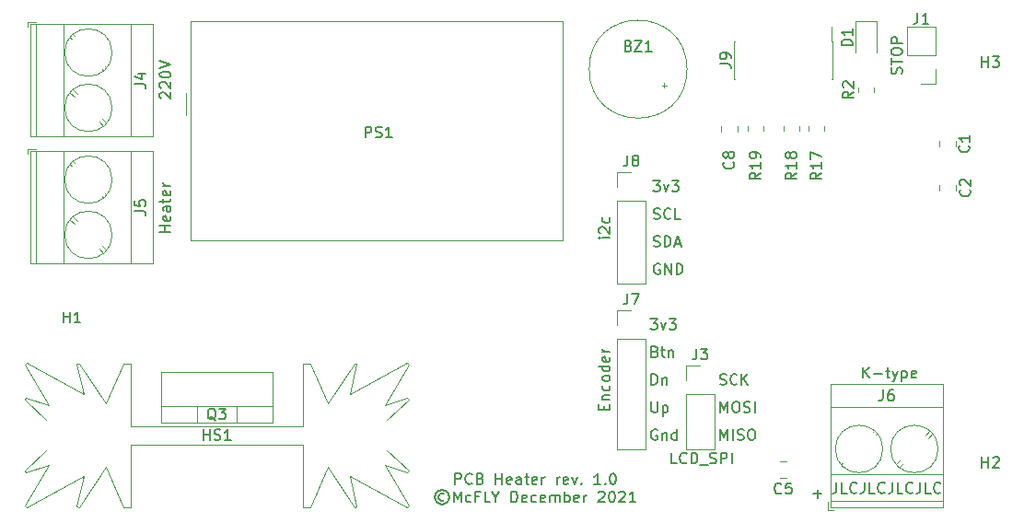
<source format=gbr>
%TF.GenerationSoftware,KiCad,Pcbnew,(5.1.9)-1*%
%TF.CreationDate,2021-12-16T02:45:32+03:00*%
%TF.ProjectId,pcb-heater,7063622d-6865-4617-9465-722e6b696361,rev?*%
%TF.SameCoordinates,Original*%
%TF.FileFunction,Legend,Top*%
%TF.FilePolarity,Positive*%
%FSLAX46Y46*%
G04 Gerber Fmt 4.6, Leading zero omitted, Abs format (unit mm)*
G04 Created by KiCad (PCBNEW (5.1.9)-1) date 2021-12-16 02:45:32*
%MOMM*%
%LPD*%
G01*
G04 APERTURE LIST*
%ADD10C,0.150000*%
%ADD11C,0.120000*%
G04 APERTURE END LIST*
D10*
X119205952Y-119911880D02*
X119205952Y-120626166D01*
X119158333Y-120769023D01*
X119063095Y-120864261D01*
X118920238Y-120911880D01*
X118825000Y-120911880D01*
X120158333Y-120911880D02*
X119682142Y-120911880D01*
X119682142Y-119911880D01*
X121063095Y-120816642D02*
X121015476Y-120864261D01*
X120872619Y-120911880D01*
X120777380Y-120911880D01*
X120634523Y-120864261D01*
X120539285Y-120769023D01*
X120491666Y-120673785D01*
X120444047Y-120483309D01*
X120444047Y-120340452D01*
X120491666Y-120149976D01*
X120539285Y-120054738D01*
X120634523Y-119959500D01*
X120777380Y-119911880D01*
X120872619Y-119911880D01*
X121015476Y-119959500D01*
X121063095Y-120007119D01*
X121777380Y-119911880D02*
X121777380Y-120626166D01*
X121729761Y-120769023D01*
X121634523Y-120864261D01*
X121491666Y-120911880D01*
X121396428Y-120911880D01*
X122729761Y-120911880D02*
X122253571Y-120911880D01*
X122253571Y-119911880D01*
X123634523Y-120816642D02*
X123586904Y-120864261D01*
X123444047Y-120911880D01*
X123348809Y-120911880D01*
X123205952Y-120864261D01*
X123110714Y-120769023D01*
X123063095Y-120673785D01*
X123015476Y-120483309D01*
X123015476Y-120340452D01*
X123063095Y-120149976D01*
X123110714Y-120054738D01*
X123205952Y-119959500D01*
X123348809Y-119911880D01*
X123444047Y-119911880D01*
X123586904Y-119959500D01*
X123634523Y-120007119D01*
X124348809Y-119911880D02*
X124348809Y-120626166D01*
X124301190Y-120769023D01*
X124205952Y-120864261D01*
X124063095Y-120911880D01*
X123967857Y-120911880D01*
X125301190Y-120911880D02*
X124825000Y-120911880D01*
X124825000Y-119911880D01*
X126205952Y-120816642D02*
X126158333Y-120864261D01*
X126015476Y-120911880D01*
X125920238Y-120911880D01*
X125777380Y-120864261D01*
X125682142Y-120769023D01*
X125634523Y-120673785D01*
X125586904Y-120483309D01*
X125586904Y-120340452D01*
X125634523Y-120149976D01*
X125682142Y-120054738D01*
X125777380Y-119959500D01*
X125920238Y-119911880D01*
X126015476Y-119911880D01*
X126158333Y-119959500D01*
X126205952Y-120007119D01*
X126920238Y-119911880D02*
X126920238Y-120626166D01*
X126872619Y-120769023D01*
X126777380Y-120864261D01*
X126634523Y-120911880D01*
X126539285Y-120911880D01*
X127872619Y-120911880D02*
X127396428Y-120911880D01*
X127396428Y-119911880D01*
X128777380Y-120816642D02*
X128729761Y-120864261D01*
X128586904Y-120911880D01*
X128491666Y-120911880D01*
X128348809Y-120864261D01*
X128253571Y-120769023D01*
X128205952Y-120673785D01*
X128158333Y-120483309D01*
X128158333Y-120340452D01*
X128205952Y-120149976D01*
X128253571Y-120054738D01*
X128348809Y-119959500D01*
X128491666Y-119911880D01*
X128586904Y-119911880D01*
X128729761Y-119959500D01*
X128777380Y-120007119D01*
X84122547Y-120086880D02*
X84122547Y-119086880D01*
X84503500Y-119086880D01*
X84598738Y-119134500D01*
X84646357Y-119182119D01*
X84693976Y-119277357D01*
X84693976Y-119420214D01*
X84646357Y-119515452D01*
X84598738Y-119563071D01*
X84503500Y-119610690D01*
X84122547Y-119610690D01*
X85693976Y-119991642D02*
X85646357Y-120039261D01*
X85503500Y-120086880D01*
X85408261Y-120086880D01*
X85265404Y-120039261D01*
X85170166Y-119944023D01*
X85122547Y-119848785D01*
X85074928Y-119658309D01*
X85074928Y-119515452D01*
X85122547Y-119324976D01*
X85170166Y-119229738D01*
X85265404Y-119134500D01*
X85408261Y-119086880D01*
X85503500Y-119086880D01*
X85646357Y-119134500D01*
X85693976Y-119182119D01*
X86455880Y-119563071D02*
X86598738Y-119610690D01*
X86646357Y-119658309D01*
X86693976Y-119753547D01*
X86693976Y-119896404D01*
X86646357Y-119991642D01*
X86598738Y-120039261D01*
X86503500Y-120086880D01*
X86122547Y-120086880D01*
X86122547Y-119086880D01*
X86455880Y-119086880D01*
X86551119Y-119134500D01*
X86598738Y-119182119D01*
X86646357Y-119277357D01*
X86646357Y-119372595D01*
X86598738Y-119467833D01*
X86551119Y-119515452D01*
X86455880Y-119563071D01*
X86122547Y-119563071D01*
X87884452Y-120086880D02*
X87884452Y-119086880D01*
X87884452Y-119563071D02*
X88455880Y-119563071D01*
X88455880Y-120086880D02*
X88455880Y-119086880D01*
X89313023Y-120039261D02*
X89217785Y-120086880D01*
X89027309Y-120086880D01*
X88932071Y-120039261D01*
X88884452Y-119944023D01*
X88884452Y-119563071D01*
X88932071Y-119467833D01*
X89027309Y-119420214D01*
X89217785Y-119420214D01*
X89313023Y-119467833D01*
X89360642Y-119563071D01*
X89360642Y-119658309D01*
X88884452Y-119753547D01*
X90217785Y-120086880D02*
X90217785Y-119563071D01*
X90170166Y-119467833D01*
X90074928Y-119420214D01*
X89884452Y-119420214D01*
X89789214Y-119467833D01*
X90217785Y-120039261D02*
X90122547Y-120086880D01*
X89884452Y-120086880D01*
X89789214Y-120039261D01*
X89741595Y-119944023D01*
X89741595Y-119848785D01*
X89789214Y-119753547D01*
X89884452Y-119705928D01*
X90122547Y-119705928D01*
X90217785Y-119658309D01*
X90551119Y-119420214D02*
X90932071Y-119420214D01*
X90693976Y-119086880D02*
X90693976Y-119944023D01*
X90741595Y-120039261D01*
X90836833Y-120086880D01*
X90932071Y-120086880D01*
X91646357Y-120039261D02*
X91551119Y-120086880D01*
X91360642Y-120086880D01*
X91265404Y-120039261D01*
X91217785Y-119944023D01*
X91217785Y-119563071D01*
X91265404Y-119467833D01*
X91360642Y-119420214D01*
X91551119Y-119420214D01*
X91646357Y-119467833D01*
X91693976Y-119563071D01*
X91693976Y-119658309D01*
X91217785Y-119753547D01*
X92122547Y-120086880D02*
X92122547Y-119420214D01*
X92122547Y-119610690D02*
X92170166Y-119515452D01*
X92217785Y-119467833D01*
X92313023Y-119420214D01*
X92408261Y-119420214D01*
X93503500Y-120086880D02*
X93503500Y-119420214D01*
X93503500Y-119610690D02*
X93551119Y-119515452D01*
X93598738Y-119467833D01*
X93693976Y-119420214D01*
X93789214Y-119420214D01*
X94503500Y-120039261D02*
X94408261Y-120086880D01*
X94217785Y-120086880D01*
X94122547Y-120039261D01*
X94074928Y-119944023D01*
X94074928Y-119563071D01*
X94122547Y-119467833D01*
X94217785Y-119420214D01*
X94408261Y-119420214D01*
X94503500Y-119467833D01*
X94551119Y-119563071D01*
X94551119Y-119658309D01*
X94074928Y-119753547D01*
X94884452Y-119420214D02*
X95122547Y-120086880D01*
X95360642Y-119420214D01*
X95741595Y-119991642D02*
X95789214Y-120039261D01*
X95741595Y-120086880D01*
X95693976Y-120039261D01*
X95741595Y-119991642D01*
X95741595Y-120086880D01*
X97503500Y-120086880D02*
X96932071Y-120086880D01*
X97217785Y-120086880D02*
X97217785Y-119086880D01*
X97122547Y-119229738D01*
X97027309Y-119324976D01*
X96932071Y-119372595D01*
X97932071Y-119991642D02*
X97979690Y-120039261D01*
X97932071Y-120086880D01*
X97884452Y-120039261D01*
X97932071Y-119991642D01*
X97932071Y-120086880D01*
X98598738Y-119086880D02*
X98693976Y-119086880D01*
X98789214Y-119134500D01*
X98836833Y-119182119D01*
X98884452Y-119277357D01*
X98932071Y-119467833D01*
X98932071Y-119705928D01*
X98884452Y-119896404D01*
X98836833Y-119991642D01*
X98789214Y-120039261D01*
X98693976Y-120086880D01*
X98598738Y-120086880D01*
X98503500Y-120039261D01*
X98455880Y-119991642D01*
X98408261Y-119896404D01*
X98360642Y-119705928D01*
X98360642Y-119467833D01*
X98408261Y-119277357D01*
X98455880Y-119182119D01*
X98503500Y-119134500D01*
X98598738Y-119086880D01*
X83122547Y-120974976D02*
X83027309Y-120927357D01*
X82836833Y-120927357D01*
X82741595Y-120974976D01*
X82646357Y-121070214D01*
X82598738Y-121165452D01*
X82598738Y-121355928D01*
X82646357Y-121451166D01*
X82741595Y-121546404D01*
X82836833Y-121594023D01*
X83027309Y-121594023D01*
X83122547Y-121546404D01*
X82932071Y-120594023D02*
X82693976Y-120641642D01*
X82455880Y-120784500D01*
X82313023Y-121022595D01*
X82265404Y-121260690D01*
X82313023Y-121498785D01*
X82455880Y-121736880D01*
X82693976Y-121879738D01*
X82932071Y-121927357D01*
X83170166Y-121879738D01*
X83408261Y-121736880D01*
X83551119Y-121498785D01*
X83598738Y-121260690D01*
X83551119Y-121022595D01*
X83408261Y-120784500D01*
X83170166Y-120641642D01*
X82932071Y-120594023D01*
X84027309Y-121736880D02*
X84027309Y-120736880D01*
X84360642Y-121451166D01*
X84693976Y-120736880D01*
X84693976Y-121736880D01*
X85598738Y-121689261D02*
X85503500Y-121736880D01*
X85313023Y-121736880D01*
X85217785Y-121689261D01*
X85170166Y-121641642D01*
X85122547Y-121546404D01*
X85122547Y-121260690D01*
X85170166Y-121165452D01*
X85217785Y-121117833D01*
X85313023Y-121070214D01*
X85503500Y-121070214D01*
X85598738Y-121117833D01*
X86360642Y-121213071D02*
X86027309Y-121213071D01*
X86027309Y-121736880D02*
X86027309Y-120736880D01*
X86503500Y-120736880D01*
X87360642Y-121736880D02*
X86884452Y-121736880D01*
X86884452Y-120736880D01*
X87884452Y-121260690D02*
X87884452Y-121736880D01*
X87551119Y-120736880D02*
X87884452Y-121260690D01*
X88217785Y-120736880D01*
X89313023Y-121736880D02*
X89313023Y-120736880D01*
X89551119Y-120736880D01*
X89693976Y-120784500D01*
X89789214Y-120879738D01*
X89836833Y-120974976D01*
X89884452Y-121165452D01*
X89884452Y-121308309D01*
X89836833Y-121498785D01*
X89789214Y-121594023D01*
X89693976Y-121689261D01*
X89551119Y-121736880D01*
X89313023Y-121736880D01*
X90693976Y-121689261D02*
X90598738Y-121736880D01*
X90408261Y-121736880D01*
X90313023Y-121689261D01*
X90265404Y-121594023D01*
X90265404Y-121213071D01*
X90313023Y-121117833D01*
X90408261Y-121070214D01*
X90598738Y-121070214D01*
X90693976Y-121117833D01*
X90741595Y-121213071D01*
X90741595Y-121308309D01*
X90265404Y-121403547D01*
X91598738Y-121689261D02*
X91503500Y-121736880D01*
X91313023Y-121736880D01*
X91217785Y-121689261D01*
X91170166Y-121641642D01*
X91122547Y-121546404D01*
X91122547Y-121260690D01*
X91170166Y-121165452D01*
X91217785Y-121117833D01*
X91313023Y-121070214D01*
X91503500Y-121070214D01*
X91598738Y-121117833D01*
X92408261Y-121689261D02*
X92313023Y-121736880D01*
X92122547Y-121736880D01*
X92027309Y-121689261D01*
X91979690Y-121594023D01*
X91979690Y-121213071D01*
X92027309Y-121117833D01*
X92122547Y-121070214D01*
X92313023Y-121070214D01*
X92408261Y-121117833D01*
X92455880Y-121213071D01*
X92455880Y-121308309D01*
X91979690Y-121403547D01*
X92884452Y-121736880D02*
X92884452Y-121070214D01*
X92884452Y-121165452D02*
X92932071Y-121117833D01*
X93027309Y-121070214D01*
X93170166Y-121070214D01*
X93265404Y-121117833D01*
X93313023Y-121213071D01*
X93313023Y-121736880D01*
X93313023Y-121213071D02*
X93360642Y-121117833D01*
X93455880Y-121070214D01*
X93598738Y-121070214D01*
X93693976Y-121117833D01*
X93741595Y-121213071D01*
X93741595Y-121736880D01*
X94217785Y-121736880D02*
X94217785Y-120736880D01*
X94217785Y-121117833D02*
X94313023Y-121070214D01*
X94503500Y-121070214D01*
X94598738Y-121117833D01*
X94646357Y-121165452D01*
X94693976Y-121260690D01*
X94693976Y-121546404D01*
X94646357Y-121641642D01*
X94598738Y-121689261D01*
X94503500Y-121736880D01*
X94313023Y-121736880D01*
X94217785Y-121689261D01*
X95503500Y-121689261D02*
X95408261Y-121736880D01*
X95217785Y-121736880D01*
X95122547Y-121689261D01*
X95074928Y-121594023D01*
X95074928Y-121213071D01*
X95122547Y-121117833D01*
X95217785Y-121070214D01*
X95408261Y-121070214D01*
X95503500Y-121117833D01*
X95551119Y-121213071D01*
X95551119Y-121308309D01*
X95074928Y-121403547D01*
X95979690Y-121736880D02*
X95979690Y-121070214D01*
X95979690Y-121260690D02*
X96027309Y-121165452D01*
X96074928Y-121117833D01*
X96170166Y-121070214D01*
X96265404Y-121070214D01*
X97313023Y-120832119D02*
X97360642Y-120784500D01*
X97455880Y-120736880D01*
X97693976Y-120736880D01*
X97789214Y-120784500D01*
X97836833Y-120832119D01*
X97884452Y-120927357D01*
X97884452Y-121022595D01*
X97836833Y-121165452D01*
X97265404Y-121736880D01*
X97884452Y-121736880D01*
X98503500Y-120736880D02*
X98598738Y-120736880D01*
X98693976Y-120784500D01*
X98741595Y-120832119D01*
X98789214Y-120927357D01*
X98836833Y-121117833D01*
X98836833Y-121355928D01*
X98789214Y-121546404D01*
X98741595Y-121641642D01*
X98693976Y-121689261D01*
X98598738Y-121736880D01*
X98503500Y-121736880D01*
X98408261Y-121689261D01*
X98360642Y-121641642D01*
X98313023Y-121546404D01*
X98265404Y-121355928D01*
X98265404Y-121117833D01*
X98313023Y-120927357D01*
X98360642Y-120832119D01*
X98408261Y-120784500D01*
X98503500Y-120736880D01*
X99217785Y-120832119D02*
X99265404Y-120784500D01*
X99360642Y-120736880D01*
X99598738Y-120736880D01*
X99693976Y-120784500D01*
X99741595Y-120832119D01*
X99789214Y-120927357D01*
X99789214Y-121022595D01*
X99741595Y-121165452D01*
X99170166Y-121736880D01*
X99789214Y-121736880D01*
X100741595Y-121736880D02*
X100170166Y-121736880D01*
X100455880Y-121736880D02*
X100455880Y-120736880D01*
X100360642Y-120879738D01*
X100265404Y-120974976D01*
X100170166Y-121022595D01*
X102713404Y-115070000D02*
X102618166Y-115022380D01*
X102475309Y-115022380D01*
X102332452Y-115070000D01*
X102237214Y-115165238D01*
X102189595Y-115260476D01*
X102141976Y-115450952D01*
X102141976Y-115593809D01*
X102189595Y-115784285D01*
X102237214Y-115879523D01*
X102332452Y-115974761D01*
X102475309Y-116022380D01*
X102570547Y-116022380D01*
X102713404Y-115974761D01*
X102761023Y-115927142D01*
X102761023Y-115593809D01*
X102570547Y-115593809D01*
X103189595Y-115355714D02*
X103189595Y-116022380D01*
X103189595Y-115450952D02*
X103237214Y-115403333D01*
X103332452Y-115355714D01*
X103475309Y-115355714D01*
X103570547Y-115403333D01*
X103618166Y-115498571D01*
X103618166Y-116022380D01*
X104522928Y-116022380D02*
X104522928Y-115022380D01*
X104522928Y-115974761D02*
X104427690Y-116022380D01*
X104237214Y-116022380D01*
X104141976Y-115974761D01*
X104094357Y-115927142D01*
X104046738Y-115831904D01*
X104046738Y-115546190D01*
X104094357Y-115450952D01*
X104141976Y-115403333D01*
X104237214Y-115355714D01*
X104427690Y-115355714D01*
X104522928Y-115403333D01*
X102189595Y-112482380D02*
X102189595Y-113291904D01*
X102237214Y-113387142D01*
X102284833Y-113434761D01*
X102380071Y-113482380D01*
X102570547Y-113482380D01*
X102665785Y-113434761D01*
X102713404Y-113387142D01*
X102761023Y-113291904D01*
X102761023Y-112482380D01*
X103237214Y-112815714D02*
X103237214Y-113815714D01*
X103237214Y-112863333D02*
X103332452Y-112815714D01*
X103522928Y-112815714D01*
X103618166Y-112863333D01*
X103665785Y-112910952D01*
X103713404Y-113006190D01*
X103713404Y-113291904D01*
X103665785Y-113387142D01*
X103618166Y-113434761D01*
X103522928Y-113482380D01*
X103332452Y-113482380D01*
X103237214Y-113434761D01*
X102189595Y-110942380D02*
X102189595Y-109942380D01*
X102427690Y-109942380D01*
X102570547Y-109990000D01*
X102665785Y-110085238D01*
X102713404Y-110180476D01*
X102761023Y-110370952D01*
X102761023Y-110513809D01*
X102713404Y-110704285D01*
X102665785Y-110799523D01*
X102570547Y-110894761D01*
X102427690Y-110942380D01*
X102189595Y-110942380D01*
X103189595Y-110275714D02*
X103189595Y-110942380D01*
X103189595Y-110370952D02*
X103237214Y-110323333D01*
X103332452Y-110275714D01*
X103475309Y-110275714D01*
X103570547Y-110323333D01*
X103618166Y-110418571D01*
X103618166Y-110942380D01*
X102522928Y-107878571D02*
X102665785Y-107926190D01*
X102713404Y-107973809D01*
X102761023Y-108069047D01*
X102761023Y-108211904D01*
X102713404Y-108307142D01*
X102665785Y-108354761D01*
X102570547Y-108402380D01*
X102189595Y-108402380D01*
X102189595Y-107402380D01*
X102522928Y-107402380D01*
X102618166Y-107450000D01*
X102665785Y-107497619D01*
X102713404Y-107592857D01*
X102713404Y-107688095D01*
X102665785Y-107783333D01*
X102618166Y-107830952D01*
X102522928Y-107878571D01*
X102189595Y-107878571D01*
X103046738Y-107735714D02*
X103427690Y-107735714D01*
X103189595Y-107402380D02*
X103189595Y-108259523D01*
X103237214Y-108354761D01*
X103332452Y-108402380D01*
X103427690Y-108402380D01*
X103761023Y-107735714D02*
X103761023Y-108402380D01*
X103761023Y-107830952D02*
X103808642Y-107783333D01*
X103903880Y-107735714D01*
X104046738Y-107735714D01*
X104141976Y-107783333D01*
X104189595Y-107878571D01*
X104189595Y-108402380D01*
X102094357Y-104862380D02*
X102713404Y-104862380D01*
X102380071Y-105243333D01*
X102522928Y-105243333D01*
X102618166Y-105290952D01*
X102665785Y-105338571D01*
X102713404Y-105433809D01*
X102713404Y-105671904D01*
X102665785Y-105767142D01*
X102618166Y-105814761D01*
X102522928Y-105862380D01*
X102237214Y-105862380D01*
X102141976Y-105814761D01*
X102094357Y-105767142D01*
X103046738Y-105195714D02*
X103284833Y-105862380D01*
X103522928Y-105195714D01*
X103808642Y-104862380D02*
X104427690Y-104862380D01*
X104094357Y-105243333D01*
X104237214Y-105243333D01*
X104332452Y-105290952D01*
X104380071Y-105338571D01*
X104427690Y-105433809D01*
X104427690Y-105671904D01*
X104380071Y-105767142D01*
X104332452Y-105814761D01*
X104237214Y-105862380D01*
X103951500Y-105862380D01*
X103856261Y-105814761D01*
X103808642Y-105767142D01*
X108539595Y-116022380D02*
X108539595Y-115022380D01*
X108872928Y-115736666D01*
X109206261Y-115022380D01*
X109206261Y-116022380D01*
X109682452Y-116022380D02*
X109682452Y-115022380D01*
X110111023Y-115974761D02*
X110253880Y-116022380D01*
X110491976Y-116022380D01*
X110587214Y-115974761D01*
X110634833Y-115927142D01*
X110682452Y-115831904D01*
X110682452Y-115736666D01*
X110634833Y-115641428D01*
X110587214Y-115593809D01*
X110491976Y-115546190D01*
X110301500Y-115498571D01*
X110206261Y-115450952D01*
X110158642Y-115403333D01*
X110111023Y-115308095D01*
X110111023Y-115212857D01*
X110158642Y-115117619D01*
X110206261Y-115070000D01*
X110301500Y-115022380D01*
X110539595Y-115022380D01*
X110682452Y-115070000D01*
X111301500Y-115022380D02*
X111491976Y-115022380D01*
X111587214Y-115070000D01*
X111682452Y-115165238D01*
X111730071Y-115355714D01*
X111730071Y-115689047D01*
X111682452Y-115879523D01*
X111587214Y-115974761D01*
X111491976Y-116022380D01*
X111301500Y-116022380D01*
X111206261Y-115974761D01*
X111111023Y-115879523D01*
X111063404Y-115689047D01*
X111063404Y-115355714D01*
X111111023Y-115165238D01*
X111206261Y-115070000D01*
X111301500Y-115022380D01*
X108539595Y-113482380D02*
X108539595Y-112482380D01*
X108872928Y-113196666D01*
X109206261Y-112482380D01*
X109206261Y-113482380D01*
X109872928Y-112482380D02*
X110063404Y-112482380D01*
X110158642Y-112530000D01*
X110253880Y-112625238D01*
X110301500Y-112815714D01*
X110301500Y-113149047D01*
X110253880Y-113339523D01*
X110158642Y-113434761D01*
X110063404Y-113482380D01*
X109872928Y-113482380D01*
X109777690Y-113434761D01*
X109682452Y-113339523D01*
X109634833Y-113149047D01*
X109634833Y-112815714D01*
X109682452Y-112625238D01*
X109777690Y-112530000D01*
X109872928Y-112482380D01*
X110682452Y-113434761D02*
X110825309Y-113482380D01*
X111063404Y-113482380D01*
X111158642Y-113434761D01*
X111206261Y-113387142D01*
X111253880Y-113291904D01*
X111253880Y-113196666D01*
X111206261Y-113101428D01*
X111158642Y-113053809D01*
X111063404Y-113006190D01*
X110872928Y-112958571D01*
X110777690Y-112910952D01*
X110730071Y-112863333D01*
X110682452Y-112768095D01*
X110682452Y-112672857D01*
X110730071Y-112577619D01*
X110777690Y-112530000D01*
X110872928Y-112482380D01*
X111111023Y-112482380D01*
X111253880Y-112530000D01*
X111682452Y-113482380D02*
X111682452Y-112482380D01*
X108491976Y-110894761D02*
X108634833Y-110942380D01*
X108872928Y-110942380D01*
X108968166Y-110894761D01*
X109015785Y-110847142D01*
X109063404Y-110751904D01*
X109063404Y-110656666D01*
X109015785Y-110561428D01*
X108968166Y-110513809D01*
X108872928Y-110466190D01*
X108682452Y-110418571D01*
X108587214Y-110370952D01*
X108539595Y-110323333D01*
X108491976Y-110228095D01*
X108491976Y-110132857D01*
X108539595Y-110037619D01*
X108587214Y-109990000D01*
X108682452Y-109942380D01*
X108920547Y-109942380D01*
X109063404Y-109990000D01*
X110063404Y-110847142D02*
X110015785Y-110894761D01*
X109872928Y-110942380D01*
X109777690Y-110942380D01*
X109634833Y-110894761D01*
X109539595Y-110799523D01*
X109491976Y-110704285D01*
X109444357Y-110513809D01*
X109444357Y-110370952D01*
X109491976Y-110180476D01*
X109539595Y-110085238D01*
X109634833Y-109990000D01*
X109777690Y-109942380D01*
X109872928Y-109942380D01*
X110015785Y-109990000D01*
X110063404Y-110037619D01*
X110491976Y-110942380D02*
X110491976Y-109942380D01*
X111063404Y-110942380D02*
X110634833Y-110370952D01*
X111063404Y-109942380D02*
X110491976Y-110513809D01*
X104521285Y-118181380D02*
X104045095Y-118181380D01*
X104045095Y-117181380D01*
X105426047Y-118086142D02*
X105378428Y-118133761D01*
X105235571Y-118181380D01*
X105140333Y-118181380D01*
X104997476Y-118133761D01*
X104902238Y-118038523D01*
X104854619Y-117943285D01*
X104807000Y-117752809D01*
X104807000Y-117609952D01*
X104854619Y-117419476D01*
X104902238Y-117324238D01*
X104997476Y-117229000D01*
X105140333Y-117181380D01*
X105235571Y-117181380D01*
X105378428Y-117229000D01*
X105426047Y-117276619D01*
X105854619Y-118181380D02*
X105854619Y-117181380D01*
X106092714Y-117181380D01*
X106235571Y-117229000D01*
X106330809Y-117324238D01*
X106378428Y-117419476D01*
X106426047Y-117609952D01*
X106426047Y-117752809D01*
X106378428Y-117943285D01*
X106330809Y-118038523D01*
X106235571Y-118133761D01*
X106092714Y-118181380D01*
X105854619Y-118181380D01*
X106616523Y-118276619D02*
X107378428Y-118276619D01*
X107568904Y-118133761D02*
X107711761Y-118181380D01*
X107949857Y-118181380D01*
X108045095Y-118133761D01*
X108092714Y-118086142D01*
X108140333Y-117990904D01*
X108140333Y-117895666D01*
X108092714Y-117800428D01*
X108045095Y-117752809D01*
X107949857Y-117705190D01*
X107759380Y-117657571D01*
X107664142Y-117609952D01*
X107616523Y-117562333D01*
X107568904Y-117467095D01*
X107568904Y-117371857D01*
X107616523Y-117276619D01*
X107664142Y-117229000D01*
X107759380Y-117181380D01*
X107997476Y-117181380D01*
X108140333Y-117229000D01*
X108568904Y-118181380D02*
X108568904Y-117181380D01*
X108949857Y-117181380D01*
X109045095Y-117229000D01*
X109092714Y-117276619D01*
X109140333Y-117371857D01*
X109140333Y-117514714D01*
X109092714Y-117609952D01*
X109045095Y-117657571D01*
X108949857Y-117705190D01*
X108568904Y-117705190D01*
X109568904Y-118181380D02*
X109568904Y-117181380D01*
X97845571Y-113228095D02*
X97845571Y-112894761D01*
X98369380Y-112751904D02*
X98369380Y-113228095D01*
X97369380Y-113228095D01*
X97369380Y-112751904D01*
X97702714Y-112323333D02*
X98369380Y-112323333D01*
X97797952Y-112323333D02*
X97750333Y-112275714D01*
X97702714Y-112180476D01*
X97702714Y-112037619D01*
X97750333Y-111942380D01*
X97845571Y-111894761D01*
X98369380Y-111894761D01*
X98321761Y-110990000D02*
X98369380Y-111085238D01*
X98369380Y-111275714D01*
X98321761Y-111370952D01*
X98274142Y-111418571D01*
X98178904Y-111466190D01*
X97893190Y-111466190D01*
X97797952Y-111418571D01*
X97750333Y-111370952D01*
X97702714Y-111275714D01*
X97702714Y-111085238D01*
X97750333Y-110990000D01*
X98369380Y-110418571D02*
X98321761Y-110513809D01*
X98274142Y-110561428D01*
X98178904Y-110609047D01*
X97893190Y-110609047D01*
X97797952Y-110561428D01*
X97750333Y-110513809D01*
X97702714Y-110418571D01*
X97702714Y-110275714D01*
X97750333Y-110180476D01*
X97797952Y-110132857D01*
X97893190Y-110085238D01*
X98178904Y-110085238D01*
X98274142Y-110132857D01*
X98321761Y-110180476D01*
X98369380Y-110275714D01*
X98369380Y-110418571D01*
X98369380Y-109228095D02*
X97369380Y-109228095D01*
X98321761Y-109228095D02*
X98369380Y-109323333D01*
X98369380Y-109513809D01*
X98321761Y-109609047D01*
X98274142Y-109656666D01*
X98178904Y-109704285D01*
X97893190Y-109704285D01*
X97797952Y-109656666D01*
X97750333Y-109609047D01*
X97702714Y-109513809D01*
X97702714Y-109323333D01*
X97750333Y-109228095D01*
X98321761Y-108370952D02*
X98369380Y-108466190D01*
X98369380Y-108656666D01*
X98321761Y-108751904D01*
X98226523Y-108799523D01*
X97845571Y-108799523D01*
X97750333Y-108751904D01*
X97702714Y-108656666D01*
X97702714Y-108466190D01*
X97750333Y-108370952D01*
X97845571Y-108323333D01*
X97940809Y-108323333D01*
X98036047Y-108799523D01*
X98369380Y-107894761D02*
X97702714Y-107894761D01*
X97893190Y-107894761D02*
X97797952Y-107847142D01*
X97750333Y-107799523D01*
X97702714Y-107704285D01*
X97702714Y-107609047D01*
X98369380Y-97424761D02*
X97702714Y-97424761D01*
X97369380Y-97424761D02*
X97417000Y-97472380D01*
X97464619Y-97424761D01*
X97417000Y-97377142D01*
X97369380Y-97424761D01*
X97464619Y-97424761D01*
X97464619Y-96996190D02*
X97417000Y-96948571D01*
X97369380Y-96853333D01*
X97369380Y-96615238D01*
X97417000Y-96520000D01*
X97464619Y-96472380D01*
X97559857Y-96424761D01*
X97655095Y-96424761D01*
X97797952Y-96472380D01*
X98369380Y-97043809D01*
X98369380Y-96424761D01*
X98321761Y-95567619D02*
X98369380Y-95662857D01*
X98369380Y-95853333D01*
X98321761Y-95948571D01*
X98274142Y-95996190D01*
X98178904Y-96043809D01*
X97893190Y-96043809D01*
X97797952Y-95996190D01*
X97750333Y-95948571D01*
X97702714Y-95853333D01*
X97702714Y-95662857D01*
X97750333Y-95567619D01*
X102967404Y-99830000D02*
X102872166Y-99782380D01*
X102729309Y-99782380D01*
X102586452Y-99830000D01*
X102491214Y-99925238D01*
X102443595Y-100020476D01*
X102395976Y-100210952D01*
X102395976Y-100353809D01*
X102443595Y-100544285D01*
X102491214Y-100639523D01*
X102586452Y-100734761D01*
X102729309Y-100782380D01*
X102824547Y-100782380D01*
X102967404Y-100734761D01*
X103015023Y-100687142D01*
X103015023Y-100353809D01*
X102824547Y-100353809D01*
X103443595Y-100782380D02*
X103443595Y-99782380D01*
X104015023Y-100782380D01*
X104015023Y-99782380D01*
X104491214Y-100782380D02*
X104491214Y-99782380D01*
X104729309Y-99782380D01*
X104872166Y-99830000D01*
X104967404Y-99925238D01*
X105015023Y-100020476D01*
X105062642Y-100210952D01*
X105062642Y-100353809D01*
X105015023Y-100544285D01*
X104967404Y-100639523D01*
X104872166Y-100734761D01*
X104729309Y-100782380D01*
X104491214Y-100782380D01*
X102395976Y-98194761D02*
X102538833Y-98242380D01*
X102776928Y-98242380D01*
X102872166Y-98194761D01*
X102919785Y-98147142D01*
X102967404Y-98051904D01*
X102967404Y-97956666D01*
X102919785Y-97861428D01*
X102872166Y-97813809D01*
X102776928Y-97766190D01*
X102586452Y-97718571D01*
X102491214Y-97670952D01*
X102443595Y-97623333D01*
X102395976Y-97528095D01*
X102395976Y-97432857D01*
X102443595Y-97337619D01*
X102491214Y-97290000D01*
X102586452Y-97242380D01*
X102824547Y-97242380D01*
X102967404Y-97290000D01*
X103395976Y-98242380D02*
X103395976Y-97242380D01*
X103634071Y-97242380D01*
X103776928Y-97290000D01*
X103872166Y-97385238D01*
X103919785Y-97480476D01*
X103967404Y-97670952D01*
X103967404Y-97813809D01*
X103919785Y-98004285D01*
X103872166Y-98099523D01*
X103776928Y-98194761D01*
X103634071Y-98242380D01*
X103395976Y-98242380D01*
X104348357Y-97956666D02*
X104824547Y-97956666D01*
X104253119Y-98242380D02*
X104586452Y-97242380D01*
X104919785Y-98242380D01*
X102395976Y-95654761D02*
X102538833Y-95702380D01*
X102776928Y-95702380D01*
X102872166Y-95654761D01*
X102919785Y-95607142D01*
X102967404Y-95511904D01*
X102967404Y-95416666D01*
X102919785Y-95321428D01*
X102872166Y-95273809D01*
X102776928Y-95226190D01*
X102586452Y-95178571D01*
X102491214Y-95130952D01*
X102443595Y-95083333D01*
X102395976Y-94988095D01*
X102395976Y-94892857D01*
X102443595Y-94797619D01*
X102491214Y-94750000D01*
X102586452Y-94702380D01*
X102824547Y-94702380D01*
X102967404Y-94750000D01*
X103967404Y-95607142D02*
X103919785Y-95654761D01*
X103776928Y-95702380D01*
X103681690Y-95702380D01*
X103538833Y-95654761D01*
X103443595Y-95559523D01*
X103395976Y-95464285D01*
X103348357Y-95273809D01*
X103348357Y-95130952D01*
X103395976Y-94940476D01*
X103443595Y-94845238D01*
X103538833Y-94750000D01*
X103681690Y-94702380D01*
X103776928Y-94702380D01*
X103919785Y-94750000D01*
X103967404Y-94797619D01*
X104872166Y-95702380D02*
X104395976Y-95702380D01*
X104395976Y-94702380D01*
X102348357Y-92162380D02*
X102967404Y-92162380D01*
X102634071Y-92543333D01*
X102776928Y-92543333D01*
X102872166Y-92590952D01*
X102919785Y-92638571D01*
X102967404Y-92733809D01*
X102967404Y-92971904D01*
X102919785Y-93067142D01*
X102872166Y-93114761D01*
X102776928Y-93162380D01*
X102491214Y-93162380D01*
X102395976Y-93114761D01*
X102348357Y-93067142D01*
X103300738Y-92495714D02*
X103538833Y-93162380D01*
X103776928Y-92495714D01*
X104062642Y-92162380D02*
X104681690Y-92162380D01*
X104348357Y-92543333D01*
X104491214Y-92543333D01*
X104586452Y-92590952D01*
X104634071Y-92638571D01*
X104681690Y-92733809D01*
X104681690Y-92971904D01*
X104634071Y-93067142D01*
X104586452Y-93114761D01*
X104491214Y-93162380D01*
X104205500Y-93162380D01*
X104110261Y-93114761D01*
X104062642Y-93067142D01*
X125182261Y-82335476D02*
X125229880Y-82192619D01*
X125229880Y-81954523D01*
X125182261Y-81859285D01*
X125134642Y-81811666D01*
X125039404Y-81764047D01*
X124944166Y-81764047D01*
X124848928Y-81811666D01*
X124801309Y-81859285D01*
X124753690Y-81954523D01*
X124706071Y-82145000D01*
X124658452Y-82240238D01*
X124610833Y-82287857D01*
X124515595Y-82335476D01*
X124420357Y-82335476D01*
X124325119Y-82287857D01*
X124277500Y-82240238D01*
X124229880Y-82145000D01*
X124229880Y-81906904D01*
X124277500Y-81764047D01*
X124229880Y-81478333D02*
X124229880Y-80906904D01*
X125229880Y-81192619D02*
X124229880Y-81192619D01*
X124229880Y-80383095D02*
X124229880Y-80192619D01*
X124277500Y-80097380D01*
X124372738Y-80002142D01*
X124563214Y-79954523D01*
X124896547Y-79954523D01*
X125087023Y-80002142D01*
X125182261Y-80097380D01*
X125229880Y-80192619D01*
X125229880Y-80383095D01*
X125182261Y-80478333D01*
X125087023Y-80573571D01*
X124896547Y-80621190D01*
X124563214Y-80621190D01*
X124372738Y-80573571D01*
X124277500Y-80478333D01*
X124229880Y-80383095D01*
X125229880Y-79525952D02*
X124229880Y-79525952D01*
X124229880Y-79145000D01*
X124277500Y-79049761D01*
X124325119Y-79002142D01*
X124420357Y-78954523D01*
X124563214Y-78954523D01*
X124658452Y-79002142D01*
X124706071Y-79049761D01*
X124753690Y-79145000D01*
X124753690Y-79525952D01*
X117094047Y-120975428D02*
X117855952Y-120975428D01*
X117475000Y-121356380D02*
X117475000Y-120594476D01*
X121650428Y-110307380D02*
X121650428Y-109307380D01*
X122221857Y-110307380D02*
X121793285Y-109735952D01*
X122221857Y-109307380D02*
X121650428Y-109878809D01*
X122650428Y-109926428D02*
X123412333Y-109926428D01*
X123745666Y-109640714D02*
X124126619Y-109640714D01*
X123888523Y-109307380D02*
X123888523Y-110164523D01*
X123936142Y-110259761D01*
X124031380Y-110307380D01*
X124126619Y-110307380D01*
X124364714Y-109640714D02*
X124602809Y-110307380D01*
X124840904Y-109640714D02*
X124602809Y-110307380D01*
X124507571Y-110545476D01*
X124459952Y-110593095D01*
X124364714Y-110640714D01*
X125221857Y-109640714D02*
X125221857Y-110640714D01*
X125221857Y-109688333D02*
X125317095Y-109640714D01*
X125507571Y-109640714D01*
X125602809Y-109688333D01*
X125650428Y-109735952D01*
X125698047Y-109831190D01*
X125698047Y-110116904D01*
X125650428Y-110212142D01*
X125602809Y-110259761D01*
X125507571Y-110307380D01*
X125317095Y-110307380D01*
X125221857Y-110259761D01*
X126507571Y-110259761D02*
X126412333Y-110307380D01*
X126221857Y-110307380D01*
X126126619Y-110259761D01*
X126079000Y-110164523D01*
X126079000Y-109783571D01*
X126126619Y-109688333D01*
X126221857Y-109640714D01*
X126412333Y-109640714D01*
X126507571Y-109688333D01*
X126555190Y-109783571D01*
X126555190Y-109878809D01*
X126079000Y-109974047D01*
X57983380Y-96868976D02*
X56983380Y-96868976D01*
X57459571Y-96868976D02*
X57459571Y-96297547D01*
X57983380Y-96297547D02*
X56983380Y-96297547D01*
X57935761Y-95440404D02*
X57983380Y-95535642D01*
X57983380Y-95726119D01*
X57935761Y-95821357D01*
X57840523Y-95868976D01*
X57459571Y-95868976D01*
X57364333Y-95821357D01*
X57316714Y-95726119D01*
X57316714Y-95535642D01*
X57364333Y-95440404D01*
X57459571Y-95392785D01*
X57554809Y-95392785D01*
X57650047Y-95868976D01*
X57983380Y-94535642D02*
X57459571Y-94535642D01*
X57364333Y-94583261D01*
X57316714Y-94678500D01*
X57316714Y-94868976D01*
X57364333Y-94964214D01*
X57935761Y-94535642D02*
X57983380Y-94630880D01*
X57983380Y-94868976D01*
X57935761Y-94964214D01*
X57840523Y-95011833D01*
X57745285Y-95011833D01*
X57650047Y-94964214D01*
X57602428Y-94868976D01*
X57602428Y-94630880D01*
X57554809Y-94535642D01*
X57316714Y-94202309D02*
X57316714Y-93821357D01*
X56983380Y-94059452D02*
X57840523Y-94059452D01*
X57935761Y-94011833D01*
X57983380Y-93916595D01*
X57983380Y-93821357D01*
X57935761Y-93107071D02*
X57983380Y-93202309D01*
X57983380Y-93392785D01*
X57935761Y-93488023D01*
X57840523Y-93535642D01*
X57459571Y-93535642D01*
X57364333Y-93488023D01*
X57316714Y-93392785D01*
X57316714Y-93202309D01*
X57364333Y-93107071D01*
X57459571Y-93059452D01*
X57554809Y-93059452D01*
X57650047Y-93535642D01*
X57983380Y-92630880D02*
X57316714Y-92630880D01*
X57507190Y-92630880D02*
X57411952Y-92583261D01*
X57364333Y-92535642D01*
X57316714Y-92440404D01*
X57316714Y-92345166D01*
X57078619Y-84597666D02*
X57031000Y-84550047D01*
X56983380Y-84454809D01*
X56983380Y-84216714D01*
X57031000Y-84121476D01*
X57078619Y-84073857D01*
X57173857Y-84026238D01*
X57269095Y-84026238D01*
X57411952Y-84073857D01*
X57983380Y-84645285D01*
X57983380Y-84026238D01*
X57078619Y-83645285D02*
X57031000Y-83597666D01*
X56983380Y-83502428D01*
X56983380Y-83264333D01*
X57031000Y-83169095D01*
X57078619Y-83121476D01*
X57173857Y-83073857D01*
X57269095Y-83073857D01*
X57411952Y-83121476D01*
X57983380Y-83692904D01*
X57983380Y-83073857D01*
X56983380Y-82454809D02*
X56983380Y-82359571D01*
X57031000Y-82264333D01*
X57078619Y-82216714D01*
X57173857Y-82169095D01*
X57364333Y-82121476D01*
X57602428Y-82121476D01*
X57792904Y-82169095D01*
X57888142Y-82216714D01*
X57935761Y-82264333D01*
X57983380Y-82359571D01*
X57983380Y-82454809D01*
X57935761Y-82550047D01*
X57888142Y-82597666D01*
X57792904Y-82645285D01*
X57602428Y-82692904D01*
X57364333Y-82692904D01*
X57173857Y-82645285D01*
X57078619Y-82597666D01*
X57031000Y-82550047D01*
X56983380Y-82454809D01*
X56983380Y-81835761D02*
X57983380Y-81502428D01*
X56983380Y-81169095D01*
D11*
%TO.C,HS1*%
X44610000Y-112300000D02*
X46570000Y-114190000D01*
X44700000Y-112150000D02*
X44610000Y-112300000D01*
X46750000Y-112830000D02*
X44700000Y-112150000D01*
X44600000Y-109060000D02*
X46750000Y-112830000D01*
X44720000Y-108940000D02*
X44600000Y-109060000D01*
X50020000Y-111820000D02*
X44720000Y-108940000D01*
X49360000Y-109020000D02*
X50020000Y-111820000D01*
X49540000Y-108960000D02*
X49360000Y-109020000D01*
X52040000Y-112680000D02*
X49540000Y-108960000D01*
X53660000Y-108970000D02*
X52050000Y-112680000D01*
X54330000Y-108970000D02*
X53660000Y-108970000D01*
X54330000Y-114720000D02*
X54330000Y-108970000D01*
X62230000Y-114720000D02*
X54330000Y-114720000D01*
X54330000Y-122170000D02*
X53660000Y-122170000D01*
X54330000Y-116420000D02*
X54330000Y-122170000D01*
X62230000Y-116420000D02*
X54330000Y-116420000D01*
X53660000Y-122170000D02*
X52050000Y-118460000D01*
X44700000Y-118990000D02*
X44610000Y-118840000D01*
X44720000Y-122200000D02*
X44600000Y-122080000D01*
X44600000Y-122080000D02*
X46750000Y-118310000D01*
X46750000Y-118310000D02*
X44700000Y-118990000D01*
X44610000Y-118840000D02*
X46570000Y-116950000D01*
X50020000Y-119320000D02*
X44720000Y-122200000D01*
X52040000Y-118460000D02*
X49540000Y-122180000D01*
X49540000Y-122180000D02*
X49360000Y-122120000D01*
X49360000Y-122120000D02*
X50020000Y-119320000D01*
X62230000Y-114720000D02*
X70130000Y-114720000D01*
X70800000Y-108970000D02*
X72410000Y-112680000D01*
X70130000Y-108970000D02*
X70800000Y-108970000D01*
X70130000Y-114720000D02*
X70130000Y-108970000D01*
X62230000Y-116420000D02*
X70130000Y-116420000D01*
X77710000Y-118310000D02*
X79760000Y-118990000D01*
X79740000Y-122200000D02*
X79860000Y-122080000D01*
X79760000Y-118990000D02*
X79850000Y-118840000D01*
X79860000Y-122080000D02*
X77710000Y-118310000D01*
X79850000Y-118840000D02*
X77890000Y-116950000D01*
X72420000Y-118460000D02*
X74920000Y-122180000D01*
X75100000Y-122120000D02*
X74440000Y-119320000D01*
X74920000Y-122180000D02*
X75100000Y-122120000D01*
X74440000Y-119320000D02*
X79740000Y-122200000D01*
X70130000Y-122170000D02*
X70800000Y-122170000D01*
X70130000Y-116420000D02*
X70130000Y-122170000D01*
X70800000Y-122170000D02*
X72410000Y-118460000D01*
X79740000Y-108940000D02*
X79860000Y-109060000D01*
X79850000Y-112300000D02*
X77890000Y-114190000D01*
X77710000Y-112830000D02*
X79760000Y-112150000D01*
X79760000Y-112150000D02*
X79850000Y-112300000D01*
X79860000Y-109060000D02*
X77710000Y-112830000D01*
X74440000Y-111820000D02*
X79740000Y-108940000D01*
X75100000Y-109020000D02*
X74440000Y-111820000D01*
X74920000Y-108960000D02*
X75100000Y-109020000D01*
X72420000Y-112680000D02*
X74920000Y-108960000D01*
%TO.C,R19*%
X111025000Y-87603064D02*
X111025000Y-87148936D01*
X112495000Y-87603064D02*
X112495000Y-87148936D01*
%TO.C,R18*%
X114327000Y-87603064D02*
X114327000Y-87148936D01*
X115797000Y-87603064D02*
X115797000Y-87148936D01*
%TO.C,R17*%
X116613000Y-87603064D02*
X116613000Y-87148936D01*
X118083000Y-87603064D02*
X118083000Y-87148936D01*
%TO.C,R2*%
X122655000Y-83592936D02*
X122655000Y-84047064D01*
X121185000Y-83592936D02*
X121185000Y-84047064D01*
%TO.C,Q3*%
X67350000Y-114395000D02*
X57110000Y-114395000D01*
X67350000Y-109754000D02*
X57110000Y-109754000D01*
X67350000Y-114395000D02*
X67350000Y-109754000D01*
X57110000Y-114395000D02*
X57110000Y-109754000D01*
X67350000Y-112885000D02*
X57110000Y-112885000D01*
X64080000Y-114395000D02*
X64080000Y-112885000D01*
X60379000Y-114395000D02*
X60379000Y-112885000D01*
%TO.C,PS1*%
X59830000Y-77490000D02*
X59830000Y-97690000D01*
X59830000Y-97690000D02*
X94030000Y-97690000D01*
X94030000Y-97690000D02*
X94030000Y-77490000D01*
X94030000Y-77490000D02*
X59830000Y-77490000D01*
X59440000Y-84090000D02*
X59440000Y-86100000D01*
%TO.C,J9*%
X118805000Y-79324500D02*
X118805000Y-82854500D01*
X109795000Y-79324500D02*
X109795000Y-82854500D01*
X118740000Y-77999500D02*
X118740000Y-79324500D01*
X118805000Y-79324500D02*
X118740000Y-79324500D01*
X118805000Y-82854500D02*
X118740000Y-82854500D01*
X109860000Y-79324500D02*
X109795000Y-79324500D01*
X109860000Y-82854500D02*
X109795000Y-82854500D01*
%TO.C,J8*%
X99000000Y-101660000D02*
X101660000Y-101660000D01*
X99000000Y-93980000D02*
X99000000Y-101660000D01*
X101660000Y-93980000D02*
X101660000Y-101660000D01*
X99000000Y-93980000D02*
X101660000Y-93980000D01*
X99000000Y-92710000D02*
X99000000Y-91380000D01*
X99000000Y-91380000D02*
X100330000Y-91380000D01*
%TO.C,J7*%
X99000000Y-116900000D02*
X101660000Y-116900000D01*
X99000000Y-106680000D02*
X99000000Y-116900000D01*
X101660000Y-106680000D02*
X101660000Y-116900000D01*
X99000000Y-106680000D02*
X101660000Y-106680000D01*
X99000000Y-105410000D02*
X99000000Y-104080000D01*
X99000000Y-104080000D02*
X100330000Y-104080000D01*
%TO.C,J6*%
X123465000Y-116840000D02*
G75*
G03*
X123465000Y-116840000I-2180000J0D01*
G01*
X128545000Y-116840000D02*
G75*
G03*
X128545000Y-116840000I-2180000J0D01*
G01*
X118685000Y-121640000D02*
X128965000Y-121640000D01*
X118685000Y-119140000D02*
X128965000Y-119140000D01*
X118685000Y-112940000D02*
X128965000Y-112940000D01*
X118685000Y-110880000D02*
X128965000Y-110880000D01*
X118685000Y-122200000D02*
X128965000Y-122200000D01*
X118685000Y-110880000D02*
X118685000Y-122200000D01*
X128965000Y-110880000D02*
X128965000Y-122200000D01*
X122939000Y-115452000D02*
X122832000Y-115559000D01*
X120003000Y-118387000D02*
X119897000Y-118494000D01*
X122673000Y-115186000D02*
X122566000Y-115293000D01*
X119737000Y-118121000D02*
X119631000Y-118228000D01*
X128019000Y-115452000D02*
X127624000Y-115848000D01*
X125358000Y-118114000D02*
X124978000Y-118494000D01*
X127753000Y-115186000D02*
X127373000Y-115566000D01*
X125107000Y-117832000D02*
X124712000Y-118228000D01*
X118445000Y-121700000D02*
X118445000Y-122440000D01*
X118445000Y-122440000D02*
X118945000Y-122440000D01*
%TO.C,J5*%
X52599000Y-92075000D02*
G75*
G03*
X52599000Y-92075000I-2180000J0D01*
G01*
X52599000Y-97155000D02*
G75*
G03*
X52599000Y-97155000I-2180000J0D01*
G01*
X45619000Y-89475000D02*
X45619000Y-99755000D01*
X48119000Y-89475000D02*
X48119000Y-99755000D01*
X54319000Y-89475000D02*
X54319000Y-99755000D01*
X56379000Y-89475000D02*
X56379000Y-99755000D01*
X45059000Y-89475000D02*
X45059000Y-99755000D01*
X56379000Y-89475000D02*
X45059000Y-89475000D01*
X56379000Y-99755000D02*
X45059000Y-99755000D01*
X51807000Y-93729000D02*
X51700000Y-93622000D01*
X48872000Y-90793000D02*
X48765000Y-90687000D01*
X52073000Y-93463000D02*
X51966000Y-93356000D01*
X49138000Y-90527000D02*
X49031000Y-90421000D01*
X51807000Y-98809000D02*
X51411000Y-98414000D01*
X49145000Y-96148000D02*
X48765000Y-95768000D01*
X52073000Y-98543000D02*
X51693000Y-98163000D01*
X49427000Y-95897000D02*
X49031000Y-95502000D01*
X45559000Y-89235000D02*
X44819000Y-89235000D01*
X44819000Y-89235000D02*
X44819000Y-89735000D01*
%TO.C,J4*%
X52599000Y-80391000D02*
G75*
G03*
X52599000Y-80391000I-2180000J0D01*
G01*
X52599000Y-85471000D02*
G75*
G03*
X52599000Y-85471000I-2180000J0D01*
G01*
X45619000Y-77791000D02*
X45619000Y-88071000D01*
X48119000Y-77791000D02*
X48119000Y-88071000D01*
X54319000Y-77791000D02*
X54319000Y-88071000D01*
X56379000Y-77791000D02*
X56379000Y-88071000D01*
X45059000Y-77791000D02*
X45059000Y-88071000D01*
X56379000Y-77791000D02*
X45059000Y-77791000D01*
X56379000Y-88071000D02*
X45059000Y-88071000D01*
X51807000Y-82045000D02*
X51700000Y-81938000D01*
X48872000Y-79109000D02*
X48765000Y-79003000D01*
X52073000Y-81779000D02*
X51966000Y-81672000D01*
X49138000Y-78843000D02*
X49031000Y-78737000D01*
X51807000Y-87125000D02*
X51411000Y-86730000D01*
X49145000Y-84464000D02*
X48765000Y-84084000D01*
X52073000Y-86859000D02*
X51693000Y-86479000D01*
X49427000Y-84213000D02*
X49031000Y-83818000D01*
X45559000Y-77551000D02*
X44819000Y-77551000D01*
X44819000Y-77551000D02*
X44819000Y-78051000D01*
%TO.C,J3*%
X105350000Y-116900000D02*
X108010000Y-116900000D01*
X105350000Y-111760000D02*
X105350000Y-116900000D01*
X108010000Y-111760000D02*
X108010000Y-116900000D01*
X105350000Y-111760000D02*
X108010000Y-111760000D01*
X105350000Y-110490000D02*
X105350000Y-109160000D01*
X105350000Y-109160000D02*
X106680000Y-109160000D01*
%TO.C,J1*%
X128330000Y-78045000D02*
X125670000Y-78045000D01*
X128330000Y-80645000D02*
X128330000Y-78045000D01*
X125670000Y-80645000D02*
X125670000Y-78045000D01*
X128330000Y-80645000D02*
X125670000Y-80645000D01*
X128330000Y-81915000D02*
X128330000Y-83245000D01*
X128330000Y-83245000D02*
X127000000Y-83245000D01*
%TO.C,D1*%
X122880000Y-80375000D02*
X122880000Y-77515000D01*
X122880000Y-77515000D02*
X120960000Y-77515000D01*
X120960000Y-77515000D02*
X120960000Y-80375000D01*
%TO.C,C8*%
X108612000Y-87637252D02*
X108612000Y-87114748D01*
X110082000Y-87637252D02*
X110082000Y-87114748D01*
%TO.C,C5*%
X114038748Y-118010000D02*
X114561252Y-118010000D01*
X114038748Y-119480000D02*
X114561252Y-119480000D01*
%TO.C,C2*%
X130148000Y-93076752D02*
X130148000Y-92554248D01*
X128678000Y-93076752D02*
X128678000Y-92554248D01*
%TO.C,C1*%
X130148000Y-88511748D02*
X130148000Y-89034252D01*
X128678000Y-88511748D02*
X128678000Y-89034252D01*
%TO.C,BZ1*%
X103565000Y-83415000D02*
X103165000Y-83415000D01*
X103365000Y-83215000D02*
X103365000Y-83615000D01*
X105465000Y-81915000D02*
G75*
G03*
X105465000Y-81915000I-4500000J0D01*
G01*
%TO.C,H3*%
D10*
X132588095Y-81732380D02*
X132588095Y-80732380D01*
X132588095Y-81208571D02*
X133159523Y-81208571D01*
X133159523Y-81732380D02*
X133159523Y-80732380D01*
X133540476Y-80732380D02*
X134159523Y-80732380D01*
X133826190Y-81113333D01*
X133969047Y-81113333D01*
X134064285Y-81160952D01*
X134111904Y-81208571D01*
X134159523Y-81303809D01*
X134159523Y-81541904D01*
X134111904Y-81637142D01*
X134064285Y-81684761D01*
X133969047Y-81732380D01*
X133683333Y-81732380D01*
X133588095Y-81684761D01*
X133540476Y-81637142D01*
%TO.C,H2*%
X132588095Y-118562380D02*
X132588095Y-117562380D01*
X132588095Y-118038571D02*
X133159523Y-118038571D01*
X133159523Y-118562380D02*
X133159523Y-117562380D01*
X133588095Y-117657619D02*
X133635714Y-117610000D01*
X133730952Y-117562380D01*
X133969047Y-117562380D01*
X134064285Y-117610000D01*
X134111904Y-117657619D01*
X134159523Y-117752857D01*
X134159523Y-117848095D01*
X134111904Y-117990952D01*
X133540476Y-118562380D01*
X134159523Y-118562380D01*
%TO.C,H1*%
X48133095Y-105227380D02*
X48133095Y-104227380D01*
X48133095Y-104703571D02*
X48704523Y-104703571D01*
X48704523Y-105227380D02*
X48704523Y-104227380D01*
X49704523Y-105227380D02*
X49133095Y-105227380D01*
X49418809Y-105227380D02*
X49418809Y-104227380D01*
X49323571Y-104370238D01*
X49228333Y-104465476D01*
X49133095Y-104513095D01*
%TO.C,HS1*%
X60991904Y-116022380D02*
X60991904Y-115022380D01*
X60991904Y-115498571D02*
X61563333Y-115498571D01*
X61563333Y-116022380D02*
X61563333Y-115022380D01*
X61991904Y-115974761D02*
X62134761Y-116022380D01*
X62372857Y-116022380D01*
X62468095Y-115974761D01*
X62515714Y-115927142D01*
X62563333Y-115831904D01*
X62563333Y-115736666D01*
X62515714Y-115641428D01*
X62468095Y-115593809D01*
X62372857Y-115546190D01*
X62182380Y-115498571D01*
X62087142Y-115450952D01*
X62039523Y-115403333D01*
X61991904Y-115308095D01*
X61991904Y-115212857D01*
X62039523Y-115117619D01*
X62087142Y-115070000D01*
X62182380Y-115022380D01*
X62420476Y-115022380D01*
X62563333Y-115070000D01*
X63515714Y-116022380D02*
X62944285Y-116022380D01*
X63230000Y-116022380D02*
X63230000Y-115022380D01*
X63134761Y-115165238D01*
X63039523Y-115260476D01*
X62944285Y-115308095D01*
%TO.C,R19*%
X112212380Y-91447857D02*
X111736190Y-91781190D01*
X112212380Y-92019285D02*
X111212380Y-92019285D01*
X111212380Y-91638333D01*
X111260000Y-91543095D01*
X111307619Y-91495476D01*
X111402857Y-91447857D01*
X111545714Y-91447857D01*
X111640952Y-91495476D01*
X111688571Y-91543095D01*
X111736190Y-91638333D01*
X111736190Y-92019285D01*
X112212380Y-90495476D02*
X112212380Y-91066904D01*
X112212380Y-90781190D02*
X111212380Y-90781190D01*
X111355238Y-90876428D01*
X111450476Y-90971666D01*
X111498095Y-91066904D01*
X112212380Y-90019285D02*
X112212380Y-89828809D01*
X112164761Y-89733571D01*
X112117142Y-89685952D01*
X111974285Y-89590714D01*
X111783809Y-89543095D01*
X111402857Y-89543095D01*
X111307619Y-89590714D01*
X111260000Y-89638333D01*
X111212380Y-89733571D01*
X111212380Y-89924047D01*
X111260000Y-90019285D01*
X111307619Y-90066904D01*
X111402857Y-90114523D01*
X111640952Y-90114523D01*
X111736190Y-90066904D01*
X111783809Y-90019285D01*
X111831428Y-89924047D01*
X111831428Y-89733571D01*
X111783809Y-89638333D01*
X111736190Y-89590714D01*
X111640952Y-89543095D01*
%TO.C,R18*%
X115514380Y-91447857D02*
X115038190Y-91781190D01*
X115514380Y-92019285D02*
X114514380Y-92019285D01*
X114514380Y-91638333D01*
X114562000Y-91543095D01*
X114609619Y-91495476D01*
X114704857Y-91447857D01*
X114847714Y-91447857D01*
X114942952Y-91495476D01*
X114990571Y-91543095D01*
X115038190Y-91638333D01*
X115038190Y-92019285D01*
X115514380Y-90495476D02*
X115514380Y-91066904D01*
X115514380Y-90781190D02*
X114514380Y-90781190D01*
X114657238Y-90876428D01*
X114752476Y-90971666D01*
X114800095Y-91066904D01*
X114942952Y-89924047D02*
X114895333Y-90019285D01*
X114847714Y-90066904D01*
X114752476Y-90114523D01*
X114704857Y-90114523D01*
X114609619Y-90066904D01*
X114562000Y-90019285D01*
X114514380Y-89924047D01*
X114514380Y-89733571D01*
X114562000Y-89638333D01*
X114609619Y-89590714D01*
X114704857Y-89543095D01*
X114752476Y-89543095D01*
X114847714Y-89590714D01*
X114895333Y-89638333D01*
X114942952Y-89733571D01*
X114942952Y-89924047D01*
X114990571Y-90019285D01*
X115038190Y-90066904D01*
X115133428Y-90114523D01*
X115323904Y-90114523D01*
X115419142Y-90066904D01*
X115466761Y-90019285D01*
X115514380Y-89924047D01*
X115514380Y-89733571D01*
X115466761Y-89638333D01*
X115419142Y-89590714D01*
X115323904Y-89543095D01*
X115133428Y-89543095D01*
X115038190Y-89590714D01*
X114990571Y-89638333D01*
X114942952Y-89733571D01*
%TO.C,R17*%
X117800380Y-91447857D02*
X117324190Y-91781190D01*
X117800380Y-92019285D02*
X116800380Y-92019285D01*
X116800380Y-91638333D01*
X116848000Y-91543095D01*
X116895619Y-91495476D01*
X116990857Y-91447857D01*
X117133714Y-91447857D01*
X117228952Y-91495476D01*
X117276571Y-91543095D01*
X117324190Y-91638333D01*
X117324190Y-92019285D01*
X117800380Y-90495476D02*
X117800380Y-91066904D01*
X117800380Y-90781190D02*
X116800380Y-90781190D01*
X116943238Y-90876428D01*
X117038476Y-90971666D01*
X117086095Y-91066904D01*
X116800380Y-90162142D02*
X116800380Y-89495476D01*
X117800380Y-89924047D01*
%TO.C,R2*%
X120784880Y-83986666D02*
X120308690Y-84320000D01*
X120784880Y-84558095D02*
X119784880Y-84558095D01*
X119784880Y-84177142D01*
X119832500Y-84081904D01*
X119880119Y-84034285D01*
X119975357Y-83986666D01*
X120118214Y-83986666D01*
X120213452Y-84034285D01*
X120261071Y-84081904D01*
X120308690Y-84177142D01*
X120308690Y-84558095D01*
X119880119Y-83605714D02*
X119832500Y-83558095D01*
X119784880Y-83462857D01*
X119784880Y-83224761D01*
X119832500Y-83129523D01*
X119880119Y-83081904D01*
X119975357Y-83034285D01*
X120070595Y-83034285D01*
X120213452Y-83081904D01*
X120784880Y-83653333D01*
X120784880Y-83034285D01*
%TO.C,Q3*%
X62134761Y-114212619D02*
X62039523Y-114165000D01*
X61944285Y-114069761D01*
X61801428Y-113926904D01*
X61706190Y-113879285D01*
X61610952Y-113879285D01*
X61658571Y-114117380D02*
X61563333Y-114069761D01*
X61468095Y-113974523D01*
X61420476Y-113784047D01*
X61420476Y-113450714D01*
X61468095Y-113260238D01*
X61563333Y-113165000D01*
X61658571Y-113117380D01*
X61849047Y-113117380D01*
X61944285Y-113165000D01*
X62039523Y-113260238D01*
X62087142Y-113450714D01*
X62087142Y-113784047D01*
X62039523Y-113974523D01*
X61944285Y-114069761D01*
X61849047Y-114117380D01*
X61658571Y-114117380D01*
X62420476Y-113117380D02*
X63039523Y-113117380D01*
X62706190Y-113498333D01*
X62849047Y-113498333D01*
X62944285Y-113545952D01*
X62991904Y-113593571D01*
X63039523Y-113688809D01*
X63039523Y-113926904D01*
X62991904Y-114022142D01*
X62944285Y-114069761D01*
X62849047Y-114117380D01*
X62563333Y-114117380D01*
X62468095Y-114069761D01*
X62420476Y-114022142D01*
%TO.C,PS1*%
X75874714Y-88209380D02*
X75874714Y-87209380D01*
X76255666Y-87209380D01*
X76350904Y-87257000D01*
X76398523Y-87304619D01*
X76446142Y-87399857D01*
X76446142Y-87542714D01*
X76398523Y-87637952D01*
X76350904Y-87685571D01*
X76255666Y-87733190D01*
X75874714Y-87733190D01*
X76827095Y-88161761D02*
X76969952Y-88209380D01*
X77208047Y-88209380D01*
X77303285Y-88161761D01*
X77350904Y-88114142D01*
X77398523Y-88018904D01*
X77398523Y-87923666D01*
X77350904Y-87828428D01*
X77303285Y-87780809D01*
X77208047Y-87733190D01*
X77017571Y-87685571D01*
X76922333Y-87637952D01*
X76874714Y-87590333D01*
X76827095Y-87495095D01*
X76827095Y-87399857D01*
X76874714Y-87304619D01*
X76922333Y-87257000D01*
X77017571Y-87209380D01*
X77255666Y-87209380D01*
X77398523Y-87257000D01*
X78350904Y-88209380D02*
X77779476Y-88209380D01*
X78065190Y-88209380D02*
X78065190Y-87209380D01*
X77969952Y-87352238D01*
X77874714Y-87447476D01*
X77779476Y-87495095D01*
%TO.C,J9*%
X108481880Y-81422833D02*
X109196166Y-81422833D01*
X109339023Y-81470452D01*
X109434261Y-81565690D01*
X109481880Y-81708547D01*
X109481880Y-81803785D01*
X109481880Y-80899023D02*
X109481880Y-80708547D01*
X109434261Y-80613309D01*
X109386642Y-80565690D01*
X109243785Y-80470452D01*
X109053309Y-80422833D01*
X108672357Y-80422833D01*
X108577119Y-80470452D01*
X108529500Y-80518071D01*
X108481880Y-80613309D01*
X108481880Y-80803785D01*
X108529500Y-80899023D01*
X108577119Y-80946642D01*
X108672357Y-80994261D01*
X108910452Y-80994261D01*
X109005690Y-80946642D01*
X109053309Y-80899023D01*
X109100928Y-80803785D01*
X109100928Y-80613309D01*
X109053309Y-80518071D01*
X109005690Y-80470452D01*
X108910452Y-80422833D01*
%TO.C,J8*%
X99996666Y-89832380D02*
X99996666Y-90546666D01*
X99949047Y-90689523D01*
X99853809Y-90784761D01*
X99710952Y-90832380D01*
X99615714Y-90832380D01*
X100615714Y-90260952D02*
X100520476Y-90213333D01*
X100472857Y-90165714D01*
X100425238Y-90070476D01*
X100425238Y-90022857D01*
X100472857Y-89927619D01*
X100520476Y-89880000D01*
X100615714Y-89832380D01*
X100806190Y-89832380D01*
X100901428Y-89880000D01*
X100949047Y-89927619D01*
X100996666Y-90022857D01*
X100996666Y-90070476D01*
X100949047Y-90165714D01*
X100901428Y-90213333D01*
X100806190Y-90260952D01*
X100615714Y-90260952D01*
X100520476Y-90308571D01*
X100472857Y-90356190D01*
X100425238Y-90451428D01*
X100425238Y-90641904D01*
X100472857Y-90737142D01*
X100520476Y-90784761D01*
X100615714Y-90832380D01*
X100806190Y-90832380D01*
X100901428Y-90784761D01*
X100949047Y-90737142D01*
X100996666Y-90641904D01*
X100996666Y-90451428D01*
X100949047Y-90356190D01*
X100901428Y-90308571D01*
X100806190Y-90260952D01*
%TO.C,J7*%
X99996666Y-102532380D02*
X99996666Y-103246666D01*
X99949047Y-103389523D01*
X99853809Y-103484761D01*
X99710952Y-103532380D01*
X99615714Y-103532380D01*
X100377619Y-102532380D02*
X101044285Y-102532380D01*
X100615714Y-103532380D01*
%TO.C,J6*%
X123491666Y-111402880D02*
X123491666Y-112117166D01*
X123444047Y-112260023D01*
X123348809Y-112355261D01*
X123205952Y-112402880D01*
X123110714Y-112402880D01*
X124396428Y-111402880D02*
X124205952Y-111402880D01*
X124110714Y-111450500D01*
X124063095Y-111498119D01*
X123967857Y-111640976D01*
X123920238Y-111831452D01*
X123920238Y-112212404D01*
X123967857Y-112307642D01*
X124015476Y-112355261D01*
X124110714Y-112402880D01*
X124301190Y-112402880D01*
X124396428Y-112355261D01*
X124444047Y-112307642D01*
X124491666Y-112212404D01*
X124491666Y-111974309D01*
X124444047Y-111879071D01*
X124396428Y-111831452D01*
X124301190Y-111783833D01*
X124110714Y-111783833D01*
X124015476Y-111831452D01*
X123967857Y-111879071D01*
X123920238Y-111974309D01*
%TO.C,J5*%
X54697380Y-94948333D02*
X55411666Y-94948333D01*
X55554523Y-94995952D01*
X55649761Y-95091190D01*
X55697380Y-95234047D01*
X55697380Y-95329285D01*
X54697380Y-93995952D02*
X54697380Y-94472142D01*
X55173571Y-94519761D01*
X55125952Y-94472142D01*
X55078333Y-94376904D01*
X55078333Y-94138809D01*
X55125952Y-94043571D01*
X55173571Y-93995952D01*
X55268809Y-93948333D01*
X55506904Y-93948333D01*
X55602142Y-93995952D01*
X55649761Y-94043571D01*
X55697380Y-94138809D01*
X55697380Y-94376904D01*
X55649761Y-94472142D01*
X55602142Y-94519761D01*
%TO.C,J4*%
X54697380Y-83264333D02*
X55411666Y-83264333D01*
X55554523Y-83311952D01*
X55649761Y-83407190D01*
X55697380Y-83550047D01*
X55697380Y-83645285D01*
X55030714Y-82359571D02*
X55697380Y-82359571D01*
X54649761Y-82597666D02*
X55364047Y-82835761D01*
X55364047Y-82216714D01*
%TO.C,J3*%
X106346666Y-107612380D02*
X106346666Y-108326666D01*
X106299047Y-108469523D01*
X106203809Y-108564761D01*
X106060952Y-108612380D01*
X105965714Y-108612380D01*
X106727619Y-107612380D02*
X107346666Y-107612380D01*
X107013333Y-107993333D01*
X107156190Y-107993333D01*
X107251428Y-108040952D01*
X107299047Y-108088571D01*
X107346666Y-108183809D01*
X107346666Y-108421904D01*
X107299047Y-108517142D01*
X107251428Y-108564761D01*
X107156190Y-108612380D01*
X106870476Y-108612380D01*
X106775238Y-108564761D01*
X106727619Y-108517142D01*
%TO.C,J1*%
X126666666Y-76731880D02*
X126666666Y-77446166D01*
X126619047Y-77589023D01*
X126523809Y-77684261D01*
X126380952Y-77731880D01*
X126285714Y-77731880D01*
X127666666Y-77731880D02*
X127095238Y-77731880D01*
X127380952Y-77731880D02*
X127380952Y-76731880D01*
X127285714Y-76874738D01*
X127190476Y-76969976D01*
X127095238Y-77017595D01*
%TO.C,D1*%
X120657880Y-79732095D02*
X119657880Y-79732095D01*
X119657880Y-79494000D01*
X119705500Y-79351142D01*
X119800738Y-79255904D01*
X119895976Y-79208285D01*
X120086452Y-79160666D01*
X120229309Y-79160666D01*
X120419785Y-79208285D01*
X120515023Y-79255904D01*
X120610261Y-79351142D01*
X120657880Y-79494000D01*
X120657880Y-79732095D01*
X120657880Y-78208285D02*
X120657880Y-78779714D01*
X120657880Y-78494000D02*
X119657880Y-78494000D01*
X119800738Y-78589238D01*
X119895976Y-78684476D01*
X119943595Y-78779714D01*
%TO.C,C8*%
X109704142Y-90463666D02*
X109751761Y-90511285D01*
X109799380Y-90654142D01*
X109799380Y-90749380D01*
X109751761Y-90892238D01*
X109656523Y-90987476D01*
X109561285Y-91035095D01*
X109370809Y-91082714D01*
X109227952Y-91082714D01*
X109037476Y-91035095D01*
X108942238Y-90987476D01*
X108847000Y-90892238D01*
X108799380Y-90749380D01*
X108799380Y-90654142D01*
X108847000Y-90511285D01*
X108894619Y-90463666D01*
X109227952Y-89892238D02*
X109180333Y-89987476D01*
X109132714Y-90035095D01*
X109037476Y-90082714D01*
X108989857Y-90082714D01*
X108894619Y-90035095D01*
X108847000Y-89987476D01*
X108799380Y-89892238D01*
X108799380Y-89701761D01*
X108847000Y-89606523D01*
X108894619Y-89558904D01*
X108989857Y-89511285D01*
X109037476Y-89511285D01*
X109132714Y-89558904D01*
X109180333Y-89606523D01*
X109227952Y-89701761D01*
X109227952Y-89892238D01*
X109275571Y-89987476D01*
X109323190Y-90035095D01*
X109418428Y-90082714D01*
X109608904Y-90082714D01*
X109704142Y-90035095D01*
X109751761Y-89987476D01*
X109799380Y-89892238D01*
X109799380Y-89701761D01*
X109751761Y-89606523D01*
X109704142Y-89558904D01*
X109608904Y-89511285D01*
X109418428Y-89511285D01*
X109323190Y-89558904D01*
X109275571Y-89606523D01*
X109227952Y-89701761D01*
%TO.C,C5*%
X114133333Y-120880142D02*
X114085714Y-120927761D01*
X113942857Y-120975380D01*
X113847619Y-120975380D01*
X113704761Y-120927761D01*
X113609523Y-120832523D01*
X113561904Y-120737285D01*
X113514285Y-120546809D01*
X113514285Y-120403952D01*
X113561904Y-120213476D01*
X113609523Y-120118238D01*
X113704761Y-120023000D01*
X113847619Y-119975380D01*
X113942857Y-119975380D01*
X114085714Y-120023000D01*
X114133333Y-120070619D01*
X115038095Y-119975380D02*
X114561904Y-119975380D01*
X114514285Y-120451571D01*
X114561904Y-120403952D01*
X114657142Y-120356333D01*
X114895238Y-120356333D01*
X114990476Y-120403952D01*
X115038095Y-120451571D01*
X115085714Y-120546809D01*
X115085714Y-120784904D01*
X115038095Y-120880142D01*
X114990476Y-120927761D01*
X114895238Y-120975380D01*
X114657142Y-120975380D01*
X114561904Y-120927761D01*
X114514285Y-120880142D01*
%TO.C,C2*%
X131421142Y-92982166D02*
X131468761Y-93029785D01*
X131516380Y-93172642D01*
X131516380Y-93267880D01*
X131468761Y-93410738D01*
X131373523Y-93505976D01*
X131278285Y-93553595D01*
X131087809Y-93601214D01*
X130944952Y-93601214D01*
X130754476Y-93553595D01*
X130659238Y-93505976D01*
X130564000Y-93410738D01*
X130516380Y-93267880D01*
X130516380Y-93172642D01*
X130564000Y-93029785D01*
X130611619Y-92982166D01*
X130611619Y-92601214D02*
X130564000Y-92553595D01*
X130516380Y-92458357D01*
X130516380Y-92220261D01*
X130564000Y-92125023D01*
X130611619Y-92077404D01*
X130706857Y-92029785D01*
X130802095Y-92029785D01*
X130944952Y-92077404D01*
X131516380Y-92648833D01*
X131516380Y-92029785D01*
%TO.C,C1*%
X131357642Y-88939666D02*
X131405261Y-88987285D01*
X131452880Y-89130142D01*
X131452880Y-89225380D01*
X131405261Y-89368238D01*
X131310023Y-89463476D01*
X131214785Y-89511095D01*
X131024309Y-89558714D01*
X130881452Y-89558714D01*
X130690976Y-89511095D01*
X130595738Y-89463476D01*
X130500500Y-89368238D01*
X130452880Y-89225380D01*
X130452880Y-89130142D01*
X130500500Y-88987285D01*
X130548119Y-88939666D01*
X131452880Y-87987285D02*
X131452880Y-88558714D01*
X131452880Y-88273000D02*
X130452880Y-88273000D01*
X130595738Y-88368238D01*
X130690976Y-88463476D01*
X130738595Y-88558714D01*
%TO.C,BZ1*%
X100084047Y-79748071D02*
X100226904Y-79795690D01*
X100274523Y-79843309D01*
X100322142Y-79938547D01*
X100322142Y-80081404D01*
X100274523Y-80176642D01*
X100226904Y-80224261D01*
X100131666Y-80271880D01*
X99750714Y-80271880D01*
X99750714Y-79271880D01*
X100084047Y-79271880D01*
X100179285Y-79319500D01*
X100226904Y-79367119D01*
X100274523Y-79462357D01*
X100274523Y-79557595D01*
X100226904Y-79652833D01*
X100179285Y-79700452D01*
X100084047Y-79748071D01*
X99750714Y-79748071D01*
X100655476Y-79271880D02*
X101322142Y-79271880D01*
X100655476Y-80271880D01*
X101322142Y-80271880D01*
X102226904Y-80271880D02*
X101655476Y-80271880D01*
X101941190Y-80271880D02*
X101941190Y-79271880D01*
X101845952Y-79414738D01*
X101750714Y-79509976D01*
X101655476Y-79557595D01*
%TD*%
M02*

</source>
